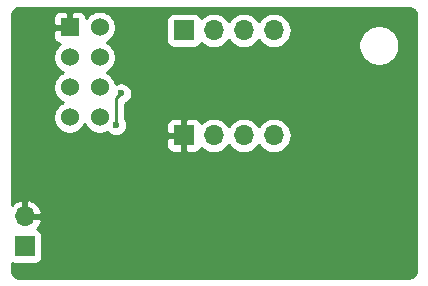
<source format=gbr>
G04 #@! TF.GenerationSoftware,KiCad,Pcbnew,(5.1.2)-2*
G04 #@! TF.CreationDate,2022-10-24T21:46:32-05:00*
G04 #@! TF.ProjectId,nrf24l01_breakout,6e726632-346c-4303-915f-627265616b6f,v1.0*
G04 #@! TF.SameCoordinates,Original*
G04 #@! TF.FileFunction,Copper,L2,Bot*
G04 #@! TF.FilePolarity,Positive*
%FSLAX46Y46*%
G04 Gerber Fmt 4.6, Leading zero omitted, Abs format (unit mm)*
G04 Created by KiCad (PCBNEW (5.1.2)-2) date 2022-10-24 21:46:32*
%MOMM*%
%LPD*%
G04 APERTURE LIST*
%ADD10O,1.700000X1.700000*%
%ADD11R,1.700000X1.700000*%
%ADD12R,1.524000X1.524000*%
%ADD13C,1.524000*%
%ADD14C,0.700000*%
%ADD15C,0.600000*%
%ADD16C,0.400000*%
%ADD17C,0.250000*%
%ADD18C,0.254000*%
G04 APERTURE END LIST*
D10*
X116078000Y-152908000D03*
D11*
X116078000Y-155448000D03*
D10*
X137160000Y-137160000D03*
X134620000Y-137160000D03*
X132080000Y-137160000D03*
D11*
X129540000Y-137160000D03*
X129540000Y-146050000D03*
D10*
X132080000Y-146050000D03*
X134620000Y-146050000D03*
X137160000Y-146050000D03*
D12*
X119864000Y-136882000D03*
D13*
X122404000Y-136882000D03*
X119864000Y-139422000D03*
X122404000Y-139422000D03*
X119864000Y-141962000D03*
X122404000Y-141962000D03*
X119864000Y-144502000D03*
X122404000Y-144502000D03*
D14*
X126238000Y-153924000D03*
X128016000Y-151892000D03*
X133096000Y-152400000D03*
X133350000Y-154940000D03*
D15*
X124206000Y-142494000D03*
X123806439Y-145179561D03*
D16*
X126238000Y-153924000D02*
X126238000Y-153670000D01*
X126238000Y-153670000D02*
X128016000Y-151892000D01*
X133096000Y-152400000D02*
X133096000Y-154686000D01*
X133096000Y-154686000D02*
X133350000Y-154940000D01*
D17*
X124206000Y-142494000D02*
X123806439Y-142893561D01*
X123806439Y-142893561D02*
X123806439Y-145179561D01*
D18*
G36*
X148707869Y-135294722D02*
G01*
X148821246Y-135328953D01*
X148925819Y-135384555D01*
X149017596Y-135459407D01*
X149093091Y-135550664D01*
X149149419Y-135654844D01*
X149184440Y-135767976D01*
X149200001Y-135916031D01*
X149200000Y-157447721D01*
X149185278Y-157597869D01*
X149151047Y-157711246D01*
X149095446Y-157815817D01*
X149020594Y-157907595D01*
X148929335Y-157983091D01*
X148825160Y-158039419D01*
X148712024Y-158074440D01*
X148563979Y-158090000D01*
X115602279Y-158090000D01*
X115452131Y-158075278D01*
X115338754Y-158041047D01*
X115234183Y-157985446D01*
X115142405Y-157910594D01*
X115066909Y-157819335D01*
X115010581Y-157715160D01*
X114975560Y-157602024D01*
X114960000Y-157453979D01*
X114960000Y-156874770D01*
X114983820Y-156887502D01*
X115103518Y-156923812D01*
X115228000Y-156936072D01*
X116928000Y-156936072D01*
X117052482Y-156923812D01*
X117172180Y-156887502D01*
X117282494Y-156828537D01*
X117379185Y-156749185D01*
X117458537Y-156652494D01*
X117517502Y-156542180D01*
X117553812Y-156422482D01*
X117566072Y-156298000D01*
X117566072Y-154598000D01*
X117553812Y-154473518D01*
X117517502Y-154353820D01*
X117458537Y-154243506D01*
X117379185Y-154146815D01*
X117282494Y-154067463D01*
X117172180Y-154008498D01*
X117091534Y-153984034D01*
X117175588Y-153908269D01*
X117349641Y-153674920D01*
X117474825Y-153412099D01*
X117519476Y-153264890D01*
X117398155Y-153035000D01*
X116205000Y-153035000D01*
X116205000Y-153055000D01*
X115951000Y-153055000D01*
X115951000Y-153035000D01*
X115931000Y-153035000D01*
X115931000Y-152781000D01*
X115951000Y-152781000D01*
X115951000Y-151587186D01*
X116205000Y-151587186D01*
X116205000Y-152781000D01*
X117398155Y-152781000D01*
X117519476Y-152551110D01*
X117474825Y-152403901D01*
X117349641Y-152141080D01*
X117175588Y-151907731D01*
X116959355Y-151712822D01*
X116709252Y-151563843D01*
X116434891Y-151466519D01*
X116205000Y-151587186D01*
X115951000Y-151587186D01*
X115721109Y-151466519D01*
X115446748Y-151563843D01*
X115196645Y-151712822D01*
X114980412Y-151907731D01*
X114960000Y-151935097D01*
X114960000Y-146900000D01*
X128051928Y-146900000D01*
X128064188Y-147024482D01*
X128100498Y-147144180D01*
X128159463Y-147254494D01*
X128238815Y-147351185D01*
X128335506Y-147430537D01*
X128445820Y-147489502D01*
X128565518Y-147525812D01*
X128690000Y-147538072D01*
X129254250Y-147535000D01*
X129413000Y-147376250D01*
X129413000Y-146177000D01*
X128213750Y-146177000D01*
X128055000Y-146335750D01*
X128051928Y-146900000D01*
X114960000Y-146900000D01*
X114960000Y-137644000D01*
X118463928Y-137644000D01*
X118476188Y-137768482D01*
X118512498Y-137888180D01*
X118571463Y-137998494D01*
X118650815Y-138095185D01*
X118747506Y-138174537D01*
X118857820Y-138233502D01*
X118977518Y-138269812D01*
X119061465Y-138278080D01*
X118973465Y-138336880D01*
X118778880Y-138531465D01*
X118625995Y-138760273D01*
X118520686Y-139014510D01*
X118467000Y-139284408D01*
X118467000Y-139559592D01*
X118520686Y-139829490D01*
X118625995Y-140083727D01*
X118778880Y-140312535D01*
X118973465Y-140507120D01*
X119202273Y-140660005D01*
X119279515Y-140692000D01*
X119202273Y-140723995D01*
X118973465Y-140876880D01*
X118778880Y-141071465D01*
X118625995Y-141300273D01*
X118520686Y-141554510D01*
X118467000Y-141824408D01*
X118467000Y-142099592D01*
X118520686Y-142369490D01*
X118625995Y-142623727D01*
X118778880Y-142852535D01*
X118973465Y-143047120D01*
X119202273Y-143200005D01*
X119279515Y-143232000D01*
X119202273Y-143263995D01*
X118973465Y-143416880D01*
X118778880Y-143611465D01*
X118625995Y-143840273D01*
X118520686Y-144094510D01*
X118467000Y-144364408D01*
X118467000Y-144639592D01*
X118520686Y-144909490D01*
X118625995Y-145163727D01*
X118778880Y-145392535D01*
X118973465Y-145587120D01*
X119202273Y-145740005D01*
X119456510Y-145845314D01*
X119726408Y-145899000D01*
X120001592Y-145899000D01*
X120271490Y-145845314D01*
X120525727Y-145740005D01*
X120754535Y-145587120D01*
X120949120Y-145392535D01*
X121102005Y-145163727D01*
X121134000Y-145086485D01*
X121165995Y-145163727D01*
X121318880Y-145392535D01*
X121513465Y-145587120D01*
X121742273Y-145740005D01*
X121996510Y-145845314D01*
X122266408Y-145899000D01*
X122541592Y-145899000D01*
X122811490Y-145845314D01*
X123058422Y-145743031D01*
X123080177Y-145775589D01*
X123210411Y-145905823D01*
X123363550Y-146008147D01*
X123533710Y-146078629D01*
X123714350Y-146114561D01*
X123898528Y-146114561D01*
X124079168Y-146078629D01*
X124249328Y-146008147D01*
X124402467Y-145905823D01*
X124532701Y-145775589D01*
X124635025Y-145622450D01*
X124705507Y-145452290D01*
X124741439Y-145271650D01*
X124741439Y-145200000D01*
X128051928Y-145200000D01*
X128055000Y-145764250D01*
X128213750Y-145923000D01*
X129413000Y-145923000D01*
X129413000Y-144723750D01*
X129667000Y-144723750D01*
X129667000Y-145923000D01*
X129687000Y-145923000D01*
X129687000Y-146177000D01*
X129667000Y-146177000D01*
X129667000Y-147376250D01*
X129825750Y-147535000D01*
X130390000Y-147538072D01*
X130514482Y-147525812D01*
X130634180Y-147489502D01*
X130744494Y-147430537D01*
X130841185Y-147351185D01*
X130920537Y-147254494D01*
X130979502Y-147144180D01*
X131000393Y-147075313D01*
X131024866Y-147105134D01*
X131250986Y-147290706D01*
X131508966Y-147428599D01*
X131788889Y-147513513D01*
X132007050Y-147535000D01*
X132152950Y-147535000D01*
X132371111Y-147513513D01*
X132651034Y-147428599D01*
X132909014Y-147290706D01*
X133135134Y-147105134D01*
X133320706Y-146879014D01*
X133350000Y-146824209D01*
X133379294Y-146879014D01*
X133564866Y-147105134D01*
X133790986Y-147290706D01*
X134048966Y-147428599D01*
X134328889Y-147513513D01*
X134547050Y-147535000D01*
X134692950Y-147535000D01*
X134911111Y-147513513D01*
X135191034Y-147428599D01*
X135449014Y-147290706D01*
X135675134Y-147105134D01*
X135860706Y-146879014D01*
X135890000Y-146824209D01*
X135919294Y-146879014D01*
X136104866Y-147105134D01*
X136330986Y-147290706D01*
X136588966Y-147428599D01*
X136868889Y-147513513D01*
X137087050Y-147535000D01*
X137232950Y-147535000D01*
X137451111Y-147513513D01*
X137731034Y-147428599D01*
X137989014Y-147290706D01*
X138215134Y-147105134D01*
X138400706Y-146879014D01*
X138538599Y-146621034D01*
X138623513Y-146341111D01*
X138652185Y-146050000D01*
X138623513Y-145758889D01*
X138538599Y-145478966D01*
X138400706Y-145220986D01*
X138215134Y-144994866D01*
X137989014Y-144809294D01*
X137731034Y-144671401D01*
X137451111Y-144586487D01*
X137232950Y-144565000D01*
X137087050Y-144565000D01*
X136868889Y-144586487D01*
X136588966Y-144671401D01*
X136330986Y-144809294D01*
X136104866Y-144994866D01*
X135919294Y-145220986D01*
X135890000Y-145275791D01*
X135860706Y-145220986D01*
X135675134Y-144994866D01*
X135449014Y-144809294D01*
X135191034Y-144671401D01*
X134911111Y-144586487D01*
X134692950Y-144565000D01*
X134547050Y-144565000D01*
X134328889Y-144586487D01*
X134048966Y-144671401D01*
X133790986Y-144809294D01*
X133564866Y-144994866D01*
X133379294Y-145220986D01*
X133350000Y-145275791D01*
X133320706Y-145220986D01*
X133135134Y-144994866D01*
X132909014Y-144809294D01*
X132651034Y-144671401D01*
X132371111Y-144586487D01*
X132152950Y-144565000D01*
X132007050Y-144565000D01*
X131788889Y-144586487D01*
X131508966Y-144671401D01*
X131250986Y-144809294D01*
X131024866Y-144994866D01*
X131000393Y-145024687D01*
X130979502Y-144955820D01*
X130920537Y-144845506D01*
X130841185Y-144748815D01*
X130744494Y-144669463D01*
X130634180Y-144610498D01*
X130514482Y-144574188D01*
X130390000Y-144561928D01*
X129825750Y-144565000D01*
X129667000Y-144723750D01*
X129413000Y-144723750D01*
X129254250Y-144565000D01*
X128690000Y-144561928D01*
X128565518Y-144574188D01*
X128445820Y-144610498D01*
X128335506Y-144669463D01*
X128238815Y-144748815D01*
X128159463Y-144845506D01*
X128100498Y-144955820D01*
X128064188Y-145075518D01*
X128051928Y-145200000D01*
X124741439Y-145200000D01*
X124741439Y-145087472D01*
X124705507Y-144906832D01*
X124635025Y-144736672D01*
X124566439Y-144634026D01*
X124566439Y-143356738D01*
X124648889Y-143322586D01*
X124802028Y-143220262D01*
X124932262Y-143090028D01*
X125034586Y-142936889D01*
X125105068Y-142766729D01*
X125141000Y-142586089D01*
X125141000Y-142401911D01*
X125105068Y-142221271D01*
X125034586Y-142051111D01*
X124932262Y-141897972D01*
X124802028Y-141767738D01*
X124648889Y-141665414D01*
X124478729Y-141594932D01*
X124298089Y-141559000D01*
X124113911Y-141559000D01*
X123933271Y-141594932D01*
X123768897Y-141663017D01*
X123747314Y-141554510D01*
X123642005Y-141300273D01*
X123489120Y-141071465D01*
X123294535Y-140876880D01*
X123065727Y-140723995D01*
X122988485Y-140692000D01*
X123065727Y-140660005D01*
X123294535Y-140507120D01*
X123489120Y-140312535D01*
X123642005Y-140083727D01*
X123747314Y-139829490D01*
X123801000Y-139559592D01*
X123801000Y-139284408D01*
X123747314Y-139014510D01*
X123642005Y-138760273D01*
X123489120Y-138531465D01*
X123294535Y-138336880D01*
X123065727Y-138183995D01*
X122988485Y-138152000D01*
X123065727Y-138120005D01*
X123294535Y-137967120D01*
X123489120Y-137772535D01*
X123642005Y-137543727D01*
X123747314Y-137289490D01*
X123801000Y-137019592D01*
X123801000Y-136744408D01*
X123747314Y-136474510D01*
X123679172Y-136310000D01*
X128051928Y-136310000D01*
X128051928Y-138010000D01*
X128064188Y-138134482D01*
X128100498Y-138254180D01*
X128159463Y-138364494D01*
X128238815Y-138461185D01*
X128335506Y-138540537D01*
X128445820Y-138599502D01*
X128565518Y-138635812D01*
X128690000Y-138648072D01*
X130390000Y-138648072D01*
X130514482Y-138635812D01*
X130634180Y-138599502D01*
X130744494Y-138540537D01*
X130841185Y-138461185D01*
X130920537Y-138364494D01*
X130979502Y-138254180D01*
X131000393Y-138185313D01*
X131024866Y-138215134D01*
X131250986Y-138400706D01*
X131508966Y-138538599D01*
X131788889Y-138623513D01*
X132007050Y-138645000D01*
X132152950Y-138645000D01*
X132371111Y-138623513D01*
X132651034Y-138538599D01*
X132909014Y-138400706D01*
X133135134Y-138215134D01*
X133320706Y-137989014D01*
X133350000Y-137934209D01*
X133379294Y-137989014D01*
X133564866Y-138215134D01*
X133790986Y-138400706D01*
X134048966Y-138538599D01*
X134328889Y-138623513D01*
X134547050Y-138645000D01*
X134692950Y-138645000D01*
X134911111Y-138623513D01*
X135191034Y-138538599D01*
X135449014Y-138400706D01*
X135675134Y-138215134D01*
X135860706Y-137989014D01*
X135890000Y-137934209D01*
X135919294Y-137989014D01*
X136104866Y-138215134D01*
X136330986Y-138400706D01*
X136588966Y-138538599D01*
X136868889Y-138623513D01*
X137087050Y-138645000D01*
X137232950Y-138645000D01*
X137451111Y-138623513D01*
X137731034Y-138538599D01*
X137989014Y-138400706D01*
X138161540Y-138259117D01*
X144315000Y-138259117D01*
X144315000Y-138600883D01*
X144381675Y-138936081D01*
X144512463Y-139251831D01*
X144702337Y-139535998D01*
X144944002Y-139777663D01*
X145228169Y-139967537D01*
X145543919Y-140098325D01*
X145879117Y-140165000D01*
X146220883Y-140165000D01*
X146556081Y-140098325D01*
X146871831Y-139967537D01*
X147155998Y-139777663D01*
X147397663Y-139535998D01*
X147587537Y-139251831D01*
X147718325Y-138936081D01*
X147785000Y-138600883D01*
X147785000Y-138259117D01*
X147718325Y-137923919D01*
X147587537Y-137608169D01*
X147397663Y-137324002D01*
X147155998Y-137082337D01*
X146871831Y-136892463D01*
X146556081Y-136761675D01*
X146220883Y-136695000D01*
X145879117Y-136695000D01*
X145543919Y-136761675D01*
X145228169Y-136892463D01*
X144944002Y-137082337D01*
X144702337Y-137324002D01*
X144512463Y-137608169D01*
X144381675Y-137923919D01*
X144315000Y-138259117D01*
X138161540Y-138259117D01*
X138215134Y-138215134D01*
X138400706Y-137989014D01*
X138538599Y-137731034D01*
X138623513Y-137451111D01*
X138652185Y-137160000D01*
X138623513Y-136868889D01*
X138538599Y-136588966D01*
X138400706Y-136330986D01*
X138215134Y-136104866D01*
X137989014Y-135919294D01*
X137731034Y-135781401D01*
X137451111Y-135696487D01*
X137232950Y-135675000D01*
X137087050Y-135675000D01*
X136868889Y-135696487D01*
X136588966Y-135781401D01*
X136330986Y-135919294D01*
X136104866Y-136104866D01*
X135919294Y-136330986D01*
X135890000Y-136385791D01*
X135860706Y-136330986D01*
X135675134Y-136104866D01*
X135449014Y-135919294D01*
X135191034Y-135781401D01*
X134911111Y-135696487D01*
X134692950Y-135675000D01*
X134547050Y-135675000D01*
X134328889Y-135696487D01*
X134048966Y-135781401D01*
X133790986Y-135919294D01*
X133564866Y-136104866D01*
X133379294Y-136330986D01*
X133350000Y-136385791D01*
X133320706Y-136330986D01*
X133135134Y-136104866D01*
X132909014Y-135919294D01*
X132651034Y-135781401D01*
X132371111Y-135696487D01*
X132152950Y-135675000D01*
X132007050Y-135675000D01*
X131788889Y-135696487D01*
X131508966Y-135781401D01*
X131250986Y-135919294D01*
X131024866Y-136104866D01*
X131000393Y-136134687D01*
X130979502Y-136065820D01*
X130920537Y-135955506D01*
X130841185Y-135858815D01*
X130744494Y-135779463D01*
X130634180Y-135720498D01*
X130514482Y-135684188D01*
X130390000Y-135671928D01*
X128690000Y-135671928D01*
X128565518Y-135684188D01*
X128445820Y-135720498D01*
X128335506Y-135779463D01*
X128238815Y-135858815D01*
X128159463Y-135955506D01*
X128100498Y-136065820D01*
X128064188Y-136185518D01*
X128051928Y-136310000D01*
X123679172Y-136310000D01*
X123642005Y-136220273D01*
X123489120Y-135991465D01*
X123294535Y-135796880D01*
X123065727Y-135643995D01*
X122811490Y-135538686D01*
X122541592Y-135485000D01*
X122266408Y-135485000D01*
X121996510Y-135538686D01*
X121742273Y-135643995D01*
X121513465Y-135796880D01*
X121318880Y-135991465D01*
X121260080Y-136079465D01*
X121251812Y-135995518D01*
X121215502Y-135875820D01*
X121156537Y-135765506D01*
X121077185Y-135668815D01*
X120980494Y-135589463D01*
X120870180Y-135530498D01*
X120750482Y-135494188D01*
X120626000Y-135481928D01*
X120149750Y-135485000D01*
X119991000Y-135643750D01*
X119991000Y-136755000D01*
X120011000Y-136755000D01*
X120011000Y-137009000D01*
X119991000Y-137009000D01*
X119991000Y-137029000D01*
X119737000Y-137029000D01*
X119737000Y-137009000D01*
X118625750Y-137009000D01*
X118467000Y-137167750D01*
X118463928Y-137644000D01*
X114960000Y-137644000D01*
X114960000Y-136120000D01*
X118463928Y-136120000D01*
X118467000Y-136596250D01*
X118625750Y-136755000D01*
X119737000Y-136755000D01*
X119737000Y-135643750D01*
X119578250Y-135485000D01*
X119102000Y-135481928D01*
X118977518Y-135494188D01*
X118857820Y-135530498D01*
X118747506Y-135589463D01*
X118650815Y-135668815D01*
X118571463Y-135765506D01*
X118512498Y-135875820D01*
X118476188Y-135995518D01*
X118463928Y-136120000D01*
X114960000Y-136120000D01*
X114960000Y-135922279D01*
X114974722Y-135772131D01*
X115008953Y-135658754D01*
X115064555Y-135554181D01*
X115139407Y-135462404D01*
X115230664Y-135386909D01*
X115334844Y-135330581D01*
X115447976Y-135295560D01*
X115596022Y-135280000D01*
X148557721Y-135280000D01*
X148707869Y-135294722D01*
X148707869Y-135294722D01*
G37*
X148707869Y-135294722D02*
X148821246Y-135328953D01*
X148925819Y-135384555D01*
X149017596Y-135459407D01*
X149093091Y-135550664D01*
X149149419Y-135654844D01*
X149184440Y-135767976D01*
X149200001Y-135916031D01*
X149200000Y-157447721D01*
X149185278Y-157597869D01*
X149151047Y-157711246D01*
X149095446Y-157815817D01*
X149020594Y-157907595D01*
X148929335Y-157983091D01*
X148825160Y-158039419D01*
X148712024Y-158074440D01*
X148563979Y-158090000D01*
X115602279Y-158090000D01*
X115452131Y-158075278D01*
X115338754Y-158041047D01*
X115234183Y-157985446D01*
X115142405Y-157910594D01*
X115066909Y-157819335D01*
X115010581Y-157715160D01*
X114975560Y-157602024D01*
X114960000Y-157453979D01*
X114960000Y-156874770D01*
X114983820Y-156887502D01*
X115103518Y-156923812D01*
X115228000Y-156936072D01*
X116928000Y-156936072D01*
X117052482Y-156923812D01*
X117172180Y-156887502D01*
X117282494Y-156828537D01*
X117379185Y-156749185D01*
X117458537Y-156652494D01*
X117517502Y-156542180D01*
X117553812Y-156422482D01*
X117566072Y-156298000D01*
X117566072Y-154598000D01*
X117553812Y-154473518D01*
X117517502Y-154353820D01*
X117458537Y-154243506D01*
X117379185Y-154146815D01*
X117282494Y-154067463D01*
X117172180Y-154008498D01*
X117091534Y-153984034D01*
X117175588Y-153908269D01*
X117349641Y-153674920D01*
X117474825Y-153412099D01*
X117519476Y-153264890D01*
X117398155Y-153035000D01*
X116205000Y-153035000D01*
X116205000Y-153055000D01*
X115951000Y-153055000D01*
X115951000Y-153035000D01*
X115931000Y-153035000D01*
X115931000Y-152781000D01*
X115951000Y-152781000D01*
X115951000Y-151587186D01*
X116205000Y-151587186D01*
X116205000Y-152781000D01*
X117398155Y-152781000D01*
X117519476Y-152551110D01*
X117474825Y-152403901D01*
X117349641Y-152141080D01*
X117175588Y-151907731D01*
X116959355Y-151712822D01*
X116709252Y-151563843D01*
X116434891Y-151466519D01*
X116205000Y-151587186D01*
X115951000Y-151587186D01*
X115721109Y-151466519D01*
X115446748Y-151563843D01*
X115196645Y-151712822D01*
X114980412Y-151907731D01*
X114960000Y-151935097D01*
X114960000Y-146900000D01*
X128051928Y-146900000D01*
X128064188Y-147024482D01*
X128100498Y-147144180D01*
X128159463Y-147254494D01*
X128238815Y-147351185D01*
X128335506Y-147430537D01*
X128445820Y-147489502D01*
X128565518Y-147525812D01*
X128690000Y-147538072D01*
X129254250Y-147535000D01*
X129413000Y-147376250D01*
X129413000Y-146177000D01*
X128213750Y-146177000D01*
X128055000Y-146335750D01*
X128051928Y-146900000D01*
X114960000Y-146900000D01*
X114960000Y-137644000D01*
X118463928Y-137644000D01*
X118476188Y-137768482D01*
X118512498Y-137888180D01*
X118571463Y-137998494D01*
X118650815Y-138095185D01*
X118747506Y-138174537D01*
X118857820Y-138233502D01*
X118977518Y-138269812D01*
X119061465Y-138278080D01*
X118973465Y-138336880D01*
X118778880Y-138531465D01*
X118625995Y-138760273D01*
X118520686Y-139014510D01*
X118467000Y-139284408D01*
X118467000Y-139559592D01*
X118520686Y-139829490D01*
X118625995Y-140083727D01*
X118778880Y-140312535D01*
X118973465Y-140507120D01*
X119202273Y-140660005D01*
X119279515Y-140692000D01*
X119202273Y-140723995D01*
X118973465Y-140876880D01*
X118778880Y-141071465D01*
X118625995Y-141300273D01*
X118520686Y-141554510D01*
X118467000Y-141824408D01*
X118467000Y-142099592D01*
X118520686Y-142369490D01*
X118625995Y-142623727D01*
X118778880Y-142852535D01*
X118973465Y-143047120D01*
X119202273Y-143200005D01*
X119279515Y-143232000D01*
X119202273Y-143263995D01*
X118973465Y-143416880D01*
X118778880Y-143611465D01*
X118625995Y-143840273D01*
X118520686Y-144094510D01*
X118467000Y-144364408D01*
X118467000Y-144639592D01*
X118520686Y-144909490D01*
X118625995Y-145163727D01*
X118778880Y-145392535D01*
X118973465Y-145587120D01*
X119202273Y-145740005D01*
X119456510Y-145845314D01*
X119726408Y-145899000D01*
X120001592Y-145899000D01*
X120271490Y-145845314D01*
X120525727Y-145740005D01*
X120754535Y-145587120D01*
X120949120Y-145392535D01*
X121102005Y-145163727D01*
X121134000Y-145086485D01*
X121165995Y-145163727D01*
X121318880Y-145392535D01*
X121513465Y-145587120D01*
X121742273Y-145740005D01*
X121996510Y-145845314D01*
X122266408Y-145899000D01*
X122541592Y-145899000D01*
X122811490Y-145845314D01*
X123058422Y-145743031D01*
X123080177Y-145775589D01*
X123210411Y-145905823D01*
X123363550Y-146008147D01*
X123533710Y-146078629D01*
X123714350Y-146114561D01*
X123898528Y-146114561D01*
X124079168Y-146078629D01*
X124249328Y-146008147D01*
X124402467Y-145905823D01*
X124532701Y-145775589D01*
X124635025Y-145622450D01*
X124705507Y-145452290D01*
X124741439Y-145271650D01*
X124741439Y-145200000D01*
X128051928Y-145200000D01*
X128055000Y-145764250D01*
X128213750Y-145923000D01*
X129413000Y-145923000D01*
X129413000Y-144723750D01*
X129667000Y-144723750D01*
X129667000Y-145923000D01*
X129687000Y-145923000D01*
X129687000Y-146177000D01*
X129667000Y-146177000D01*
X129667000Y-147376250D01*
X129825750Y-147535000D01*
X130390000Y-147538072D01*
X130514482Y-147525812D01*
X130634180Y-147489502D01*
X130744494Y-147430537D01*
X130841185Y-147351185D01*
X130920537Y-147254494D01*
X130979502Y-147144180D01*
X131000393Y-147075313D01*
X131024866Y-147105134D01*
X131250986Y-147290706D01*
X131508966Y-147428599D01*
X131788889Y-147513513D01*
X132007050Y-147535000D01*
X132152950Y-147535000D01*
X132371111Y-147513513D01*
X132651034Y-147428599D01*
X132909014Y-147290706D01*
X133135134Y-147105134D01*
X133320706Y-146879014D01*
X133350000Y-146824209D01*
X133379294Y-146879014D01*
X133564866Y-147105134D01*
X133790986Y-147290706D01*
X134048966Y-147428599D01*
X134328889Y-147513513D01*
X134547050Y-147535000D01*
X134692950Y-147535000D01*
X134911111Y-147513513D01*
X135191034Y-147428599D01*
X135449014Y-147290706D01*
X135675134Y-147105134D01*
X135860706Y-146879014D01*
X135890000Y-146824209D01*
X135919294Y-146879014D01*
X136104866Y-147105134D01*
X136330986Y-147290706D01*
X136588966Y-147428599D01*
X136868889Y-147513513D01*
X137087050Y-147535000D01*
X137232950Y-147535000D01*
X137451111Y-147513513D01*
X137731034Y-147428599D01*
X137989014Y-147290706D01*
X138215134Y-147105134D01*
X138400706Y-146879014D01*
X138538599Y-146621034D01*
X138623513Y-146341111D01*
X138652185Y-146050000D01*
X138623513Y-145758889D01*
X138538599Y-145478966D01*
X138400706Y-145220986D01*
X138215134Y-144994866D01*
X137989014Y-144809294D01*
X137731034Y-144671401D01*
X137451111Y-144586487D01*
X137232950Y-144565000D01*
X137087050Y-144565000D01*
X136868889Y-144586487D01*
X136588966Y-144671401D01*
X136330986Y-144809294D01*
X136104866Y-144994866D01*
X135919294Y-145220986D01*
X135890000Y-145275791D01*
X135860706Y-145220986D01*
X135675134Y-144994866D01*
X135449014Y-144809294D01*
X135191034Y-144671401D01*
X134911111Y-144586487D01*
X134692950Y-144565000D01*
X134547050Y-144565000D01*
X134328889Y-144586487D01*
X134048966Y-144671401D01*
X133790986Y-144809294D01*
X133564866Y-144994866D01*
X133379294Y-145220986D01*
X133350000Y-145275791D01*
X133320706Y-145220986D01*
X133135134Y-144994866D01*
X132909014Y-144809294D01*
X132651034Y-144671401D01*
X132371111Y-144586487D01*
X132152950Y-144565000D01*
X132007050Y-144565000D01*
X131788889Y-144586487D01*
X131508966Y-144671401D01*
X131250986Y-144809294D01*
X131024866Y-144994866D01*
X131000393Y-145024687D01*
X130979502Y-144955820D01*
X130920537Y-144845506D01*
X130841185Y-144748815D01*
X130744494Y-144669463D01*
X130634180Y-144610498D01*
X130514482Y-144574188D01*
X130390000Y-144561928D01*
X129825750Y-144565000D01*
X129667000Y-144723750D01*
X129413000Y-144723750D01*
X129254250Y-144565000D01*
X128690000Y-144561928D01*
X128565518Y-144574188D01*
X128445820Y-144610498D01*
X128335506Y-144669463D01*
X128238815Y-144748815D01*
X128159463Y-144845506D01*
X128100498Y-144955820D01*
X128064188Y-145075518D01*
X128051928Y-145200000D01*
X124741439Y-145200000D01*
X124741439Y-145087472D01*
X124705507Y-144906832D01*
X124635025Y-144736672D01*
X124566439Y-144634026D01*
X124566439Y-143356738D01*
X124648889Y-143322586D01*
X124802028Y-143220262D01*
X124932262Y-143090028D01*
X125034586Y-142936889D01*
X125105068Y-142766729D01*
X125141000Y-142586089D01*
X125141000Y-142401911D01*
X125105068Y-142221271D01*
X125034586Y-142051111D01*
X124932262Y-141897972D01*
X124802028Y-141767738D01*
X124648889Y-141665414D01*
X124478729Y-141594932D01*
X124298089Y-141559000D01*
X124113911Y-141559000D01*
X123933271Y-141594932D01*
X123768897Y-141663017D01*
X123747314Y-141554510D01*
X123642005Y-141300273D01*
X123489120Y-141071465D01*
X123294535Y-140876880D01*
X123065727Y-140723995D01*
X122988485Y-140692000D01*
X123065727Y-140660005D01*
X123294535Y-140507120D01*
X123489120Y-140312535D01*
X123642005Y-140083727D01*
X123747314Y-139829490D01*
X123801000Y-139559592D01*
X123801000Y-139284408D01*
X123747314Y-139014510D01*
X123642005Y-138760273D01*
X123489120Y-138531465D01*
X123294535Y-138336880D01*
X123065727Y-138183995D01*
X122988485Y-138152000D01*
X123065727Y-138120005D01*
X123294535Y-137967120D01*
X123489120Y-137772535D01*
X123642005Y-137543727D01*
X123747314Y-137289490D01*
X123801000Y-137019592D01*
X123801000Y-136744408D01*
X123747314Y-136474510D01*
X123679172Y-136310000D01*
X128051928Y-136310000D01*
X128051928Y-138010000D01*
X128064188Y-138134482D01*
X128100498Y-138254180D01*
X128159463Y-138364494D01*
X128238815Y-138461185D01*
X128335506Y-138540537D01*
X128445820Y-138599502D01*
X128565518Y-138635812D01*
X128690000Y-138648072D01*
X130390000Y-138648072D01*
X130514482Y-138635812D01*
X130634180Y-138599502D01*
X130744494Y-138540537D01*
X130841185Y-138461185D01*
X130920537Y-138364494D01*
X130979502Y-138254180D01*
X131000393Y-138185313D01*
X131024866Y-138215134D01*
X131250986Y-138400706D01*
X131508966Y-138538599D01*
X131788889Y-138623513D01*
X132007050Y-138645000D01*
X132152950Y-138645000D01*
X132371111Y-138623513D01*
X132651034Y-138538599D01*
X132909014Y-138400706D01*
X133135134Y-138215134D01*
X133320706Y-137989014D01*
X133350000Y-137934209D01*
X133379294Y-137989014D01*
X133564866Y-138215134D01*
X133790986Y-138400706D01*
X134048966Y-138538599D01*
X134328889Y-138623513D01*
X134547050Y-138645000D01*
X134692950Y-138645000D01*
X134911111Y-138623513D01*
X135191034Y-138538599D01*
X135449014Y-138400706D01*
X135675134Y-138215134D01*
X135860706Y-137989014D01*
X135890000Y-137934209D01*
X135919294Y-137989014D01*
X136104866Y-138215134D01*
X136330986Y-138400706D01*
X136588966Y-138538599D01*
X136868889Y-138623513D01*
X137087050Y-138645000D01*
X137232950Y-138645000D01*
X137451111Y-138623513D01*
X137731034Y-138538599D01*
X137989014Y-138400706D01*
X138161540Y-138259117D01*
X144315000Y-138259117D01*
X144315000Y-138600883D01*
X144381675Y-138936081D01*
X144512463Y-139251831D01*
X144702337Y-139535998D01*
X144944002Y-139777663D01*
X145228169Y-139967537D01*
X145543919Y-140098325D01*
X145879117Y-140165000D01*
X146220883Y-140165000D01*
X146556081Y-140098325D01*
X146871831Y-139967537D01*
X147155998Y-139777663D01*
X147397663Y-139535998D01*
X147587537Y-139251831D01*
X147718325Y-138936081D01*
X147785000Y-138600883D01*
X147785000Y-138259117D01*
X147718325Y-137923919D01*
X147587537Y-137608169D01*
X147397663Y-137324002D01*
X147155998Y-137082337D01*
X146871831Y-136892463D01*
X146556081Y-136761675D01*
X146220883Y-136695000D01*
X145879117Y-136695000D01*
X145543919Y-136761675D01*
X145228169Y-136892463D01*
X144944002Y-137082337D01*
X144702337Y-137324002D01*
X144512463Y-137608169D01*
X144381675Y-137923919D01*
X144315000Y-138259117D01*
X138161540Y-138259117D01*
X138215134Y-138215134D01*
X138400706Y-137989014D01*
X138538599Y-137731034D01*
X138623513Y-137451111D01*
X138652185Y-137160000D01*
X138623513Y-136868889D01*
X138538599Y-136588966D01*
X138400706Y-136330986D01*
X138215134Y-136104866D01*
X137989014Y-135919294D01*
X137731034Y-135781401D01*
X137451111Y-135696487D01*
X137232950Y-135675000D01*
X137087050Y-135675000D01*
X136868889Y-135696487D01*
X136588966Y-135781401D01*
X136330986Y-135919294D01*
X136104866Y-136104866D01*
X135919294Y-136330986D01*
X135890000Y-136385791D01*
X135860706Y-136330986D01*
X135675134Y-136104866D01*
X135449014Y-135919294D01*
X135191034Y-135781401D01*
X134911111Y-135696487D01*
X134692950Y-135675000D01*
X134547050Y-135675000D01*
X134328889Y-135696487D01*
X134048966Y-135781401D01*
X133790986Y-135919294D01*
X133564866Y-136104866D01*
X133379294Y-136330986D01*
X133350000Y-136385791D01*
X133320706Y-136330986D01*
X133135134Y-136104866D01*
X132909014Y-135919294D01*
X132651034Y-135781401D01*
X132371111Y-135696487D01*
X132152950Y-135675000D01*
X132007050Y-135675000D01*
X131788889Y-135696487D01*
X131508966Y-135781401D01*
X131250986Y-135919294D01*
X131024866Y-136104866D01*
X131000393Y-136134687D01*
X130979502Y-136065820D01*
X130920537Y-135955506D01*
X130841185Y-135858815D01*
X130744494Y-135779463D01*
X130634180Y-135720498D01*
X130514482Y-135684188D01*
X130390000Y-135671928D01*
X128690000Y-135671928D01*
X128565518Y-135684188D01*
X128445820Y-135720498D01*
X128335506Y-135779463D01*
X128238815Y-135858815D01*
X128159463Y-135955506D01*
X128100498Y-136065820D01*
X128064188Y-136185518D01*
X128051928Y-136310000D01*
X123679172Y-136310000D01*
X123642005Y-136220273D01*
X123489120Y-135991465D01*
X123294535Y-135796880D01*
X123065727Y-135643995D01*
X122811490Y-135538686D01*
X122541592Y-135485000D01*
X122266408Y-135485000D01*
X121996510Y-135538686D01*
X121742273Y-135643995D01*
X121513465Y-135796880D01*
X121318880Y-135991465D01*
X121260080Y-136079465D01*
X121251812Y-135995518D01*
X121215502Y-135875820D01*
X121156537Y-135765506D01*
X121077185Y-135668815D01*
X120980494Y-135589463D01*
X120870180Y-135530498D01*
X120750482Y-135494188D01*
X120626000Y-135481928D01*
X120149750Y-135485000D01*
X119991000Y-135643750D01*
X119991000Y-136755000D01*
X120011000Y-136755000D01*
X120011000Y-137009000D01*
X119991000Y-137009000D01*
X119991000Y-137029000D01*
X119737000Y-137029000D01*
X119737000Y-137009000D01*
X118625750Y-137009000D01*
X118467000Y-137167750D01*
X118463928Y-137644000D01*
X114960000Y-137644000D01*
X114960000Y-136120000D01*
X118463928Y-136120000D01*
X118467000Y-136596250D01*
X118625750Y-136755000D01*
X119737000Y-136755000D01*
X119737000Y-135643750D01*
X119578250Y-135485000D01*
X119102000Y-135481928D01*
X118977518Y-135494188D01*
X118857820Y-135530498D01*
X118747506Y-135589463D01*
X118650815Y-135668815D01*
X118571463Y-135765506D01*
X118512498Y-135875820D01*
X118476188Y-135995518D01*
X118463928Y-136120000D01*
X114960000Y-136120000D01*
X114960000Y-135922279D01*
X114974722Y-135772131D01*
X115008953Y-135658754D01*
X115064555Y-135554181D01*
X115139407Y-135462404D01*
X115230664Y-135386909D01*
X115334844Y-135330581D01*
X115447976Y-135295560D01*
X115596022Y-135280000D01*
X148557721Y-135280000D01*
X148707869Y-135294722D01*
M02*

</source>
